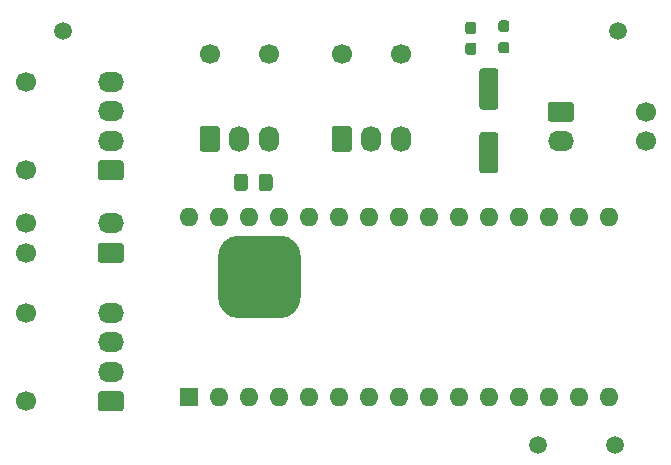
<source format=gbr>
%TF.GenerationSoftware,KiCad,Pcbnew,(5.1.8)-1*%
%TF.CreationDate,2021-05-07T13:22:02+02:00*%
%TF.ProjectId,Inputs_Volante,496e7075-7473-45f5-966f-6c616e74652e,rev?*%
%TF.SameCoordinates,Original*%
%TF.FileFunction,Soldermask,Top*%
%TF.FilePolarity,Negative*%
%FSLAX46Y46*%
G04 Gerber Fmt 4.6, Leading zero omitted, Abs format (unit mm)*
G04 Created by KiCad (PCBNEW (5.1.8)-1) date 2021-05-07 13:22:02*
%MOMM*%
%LPD*%
G01*
G04 APERTURE LIST*
%ADD10C,1.700000*%
%ADD11O,2.200000X1.700000*%
%ADD12O,1.600000X1.600000*%
%ADD13R,1.600000X1.600000*%
%ADD14O,1.700000X2.200000*%
%ADD15C,1.500000*%
G04 APERTURE END LIST*
%TO.C, *%
G36*
G01*
X75113000Y-89634000D02*
X75113000Y-86134000D01*
G75*
G02*
X76863000Y-84384000I1750000J0D01*
G01*
X80363000Y-84384000D01*
G75*
G02*
X82113000Y-86134000I0J-1750000D01*
G01*
X82113000Y-89634000D01*
G75*
G02*
X80363000Y-91384000I-1750000J0D01*
G01*
X76863000Y-91384000D01*
G75*
G02*
X75113000Y-89634000I0J1750000D01*
G01*
G37*
%TD*%
%TO.C,C2*%
G36*
G01*
X78555000Y-80358000D02*
X78555000Y-79408000D01*
G75*
G02*
X78805000Y-79158000I250000J0D01*
G01*
X79480000Y-79158000D01*
G75*
G02*
X79730000Y-79408000I0J-250000D01*
G01*
X79730000Y-80358000D01*
G75*
G02*
X79480000Y-80608000I-250000J0D01*
G01*
X78805000Y-80608000D01*
G75*
G02*
X78555000Y-80358000I0J250000D01*
G01*
G37*
G36*
G01*
X76480000Y-80358000D02*
X76480000Y-79408000D01*
G75*
G02*
X76730000Y-79158000I250000J0D01*
G01*
X77405000Y-79158000D01*
G75*
G02*
X77655000Y-79408000I0J-250000D01*
G01*
X77655000Y-80358000D01*
G75*
G02*
X77405000Y-80608000I-250000J0D01*
G01*
X76730000Y-80608000D01*
G75*
G02*
X76480000Y-80358000I0J250000D01*
G01*
G37*
%TD*%
D10*
%TO.C,J6*%
X58860000Y-90925000D03*
X58860000Y-98425000D03*
D11*
X66040000Y-90925000D03*
X66040000Y-93425000D03*
X66040000Y-95925000D03*
G36*
G01*
X67140000Y-97825000D02*
X67140000Y-99025000D01*
G75*
G02*
X66890000Y-99275000I-250000J0D01*
G01*
X65190000Y-99275000D01*
G75*
G02*
X64940000Y-99025000I0J250000D01*
G01*
X64940000Y-97825000D01*
G75*
G02*
X65190000Y-97575000I250000J0D01*
G01*
X66890000Y-97575000D01*
G75*
G02*
X67140000Y-97825000I0J-250000D01*
G01*
G37*
%TD*%
D10*
%TO.C,J5*%
X58860000Y-83352000D03*
X58860000Y-85852000D03*
D11*
X66040000Y-83352000D03*
G36*
G01*
X67140000Y-85252000D02*
X67140000Y-86452000D01*
G75*
G02*
X66890000Y-86702000I-250000J0D01*
G01*
X65190000Y-86702000D01*
G75*
G02*
X64940000Y-86452000I0J250000D01*
G01*
X64940000Y-85252000D01*
G75*
G02*
X65190000Y-85002000I250000J0D01*
G01*
X66890000Y-85002000D01*
G75*
G02*
X67140000Y-85252000I0J-250000D01*
G01*
G37*
%TD*%
%TO.C,C1*%
G36*
G01*
X97494000Y-75626000D02*
X98594000Y-75626000D01*
G75*
G02*
X98844000Y-75876000I0J-250000D01*
G01*
X98844000Y-78876000D01*
G75*
G02*
X98594000Y-79126000I-250000J0D01*
G01*
X97494000Y-79126000D01*
G75*
G02*
X97244000Y-78876000I0J250000D01*
G01*
X97244000Y-75876000D01*
G75*
G02*
X97494000Y-75626000I250000J0D01*
G01*
G37*
G36*
G01*
X97494000Y-70226000D02*
X98594000Y-70226000D01*
G75*
G02*
X98844000Y-70476000I0J-250000D01*
G01*
X98844000Y-73476000D01*
G75*
G02*
X98594000Y-73726000I-250000J0D01*
G01*
X97494000Y-73726000D01*
G75*
G02*
X97244000Y-73476000I0J250000D01*
G01*
X97244000Y-70476000D01*
G75*
G02*
X97494000Y-70226000I250000J0D01*
G01*
G37*
%TD*%
D12*
%TO.C,A1*%
X108204000Y-82804000D03*
X108204000Y-98044000D03*
X72644000Y-82804000D03*
X105664000Y-98044000D03*
X75184000Y-82804000D03*
X103124000Y-98044000D03*
X77724000Y-82804000D03*
X100584000Y-98044000D03*
X80264000Y-82804000D03*
X98044000Y-98044000D03*
X82804000Y-82804000D03*
X95504000Y-98044000D03*
X85344000Y-82804000D03*
X92964000Y-98044000D03*
X87884000Y-82804000D03*
X90424000Y-98044000D03*
X90424000Y-82804000D03*
X87884000Y-98044000D03*
X92964000Y-82804000D03*
X85344000Y-98044000D03*
X95504000Y-82804000D03*
X82804000Y-98044000D03*
X98044000Y-82804000D03*
X80264000Y-98044000D03*
X100584000Y-82804000D03*
X77724000Y-98044000D03*
X103124000Y-82804000D03*
X75184000Y-98044000D03*
X105664000Y-82804000D03*
D13*
X72644000Y-98044000D03*
%TD*%
%TO.C,R1*%
G36*
G01*
X99076500Y-67989000D02*
X99551500Y-67989000D01*
G75*
G02*
X99789000Y-68226500I0J-237500D01*
G01*
X99789000Y-68726500D01*
G75*
G02*
X99551500Y-68964000I-237500J0D01*
G01*
X99076500Y-68964000D01*
G75*
G02*
X98839000Y-68726500I0J237500D01*
G01*
X98839000Y-68226500D01*
G75*
G02*
X99076500Y-67989000I237500J0D01*
G01*
G37*
G36*
G01*
X99076500Y-66164000D02*
X99551500Y-66164000D01*
G75*
G02*
X99789000Y-66401500I0J-237500D01*
G01*
X99789000Y-66901500D01*
G75*
G02*
X99551500Y-67139000I-237500J0D01*
G01*
X99076500Y-67139000D01*
G75*
G02*
X98839000Y-66901500I0J237500D01*
G01*
X98839000Y-66401500D01*
G75*
G02*
X99076500Y-66164000I237500J0D01*
G01*
G37*
%TD*%
%TO.C,D1*%
G36*
G01*
X96282500Y-68041000D02*
X96757500Y-68041000D01*
G75*
G02*
X96995000Y-68278500I0J-237500D01*
G01*
X96995000Y-68853500D01*
G75*
G02*
X96757500Y-69091000I-237500J0D01*
G01*
X96282500Y-69091000D01*
G75*
G02*
X96045000Y-68853500I0J237500D01*
G01*
X96045000Y-68278500D01*
G75*
G02*
X96282500Y-68041000I237500J0D01*
G01*
G37*
G36*
G01*
X96282500Y-66291000D02*
X96757500Y-66291000D01*
G75*
G02*
X96995000Y-66528500I0J-237500D01*
G01*
X96995000Y-67103500D01*
G75*
G02*
X96757500Y-67341000I-237500J0D01*
G01*
X96282500Y-67341000D01*
G75*
G02*
X96045000Y-67103500I0J237500D01*
G01*
X96045000Y-66528500D01*
G75*
G02*
X96282500Y-66291000I237500J0D01*
G01*
G37*
%TD*%
D10*
%TO.C,J4*%
X79422000Y-69020000D03*
X74422000Y-69020000D03*
D14*
X79422000Y-76200000D03*
X76922000Y-76200000D03*
G36*
G01*
X75022000Y-77300000D02*
X73822000Y-77300000D01*
G75*
G02*
X73572000Y-77050000I0J250000D01*
G01*
X73572000Y-75350000D01*
G75*
G02*
X73822000Y-75100000I250000J0D01*
G01*
X75022000Y-75100000D01*
G75*
G02*
X75272000Y-75350000I0J-250000D01*
G01*
X75272000Y-77050000D01*
G75*
G02*
X75022000Y-77300000I-250000J0D01*
G01*
G37*
%TD*%
D10*
%TO.C,J3*%
X90598000Y-69020000D03*
X85598000Y-69020000D03*
D14*
X90598000Y-76200000D03*
X88098000Y-76200000D03*
G36*
G01*
X86198000Y-77300000D02*
X84998000Y-77300000D01*
G75*
G02*
X84748000Y-77050000I0J250000D01*
G01*
X84748000Y-75350000D01*
G75*
G02*
X84998000Y-75100000I250000J0D01*
G01*
X86198000Y-75100000D01*
G75*
G02*
X86448000Y-75350000I0J-250000D01*
G01*
X86448000Y-77050000D01*
G75*
G02*
X86198000Y-77300000I-250000J0D01*
G01*
G37*
%TD*%
D10*
%TO.C,J2*%
X58860000Y-71367000D03*
X58860000Y-78867000D03*
D11*
X66040000Y-71367000D03*
X66040000Y-73867000D03*
X66040000Y-76367000D03*
G36*
G01*
X67140000Y-78267000D02*
X67140000Y-79467000D01*
G75*
G02*
X66890000Y-79717000I-250000J0D01*
G01*
X65190000Y-79717000D01*
G75*
G02*
X64940000Y-79467000I0J250000D01*
G01*
X64940000Y-78267000D01*
G75*
G02*
X65190000Y-78017000I250000J0D01*
G01*
X66890000Y-78017000D01*
G75*
G02*
X67140000Y-78267000I0J-250000D01*
G01*
G37*
%TD*%
D10*
%TO.C,J1*%
X111320000Y-76414000D03*
X111320000Y-73914000D03*
D11*
X104140000Y-76414000D03*
G36*
G01*
X103040000Y-74514000D02*
X103040000Y-73314000D01*
G75*
G02*
X103290000Y-73064000I250000J0D01*
G01*
X104990000Y-73064000D01*
G75*
G02*
X105240000Y-73314000I0J-250000D01*
G01*
X105240000Y-74514000D01*
G75*
G02*
X104990000Y-74764000I-250000J0D01*
G01*
X103290000Y-74764000D01*
G75*
G02*
X103040000Y-74514000I0J250000D01*
G01*
G37*
%TD*%
D15*
%TO.C,FID4*%
X108966000Y-67056000D03*
%TD*%
%TO.C,FID3*%
X108692000Y-102122000D03*
%TD*%
%TO.C,FID2*%
X61976000Y-67056000D03*
%TD*%
%TO.C,FID1*%
X102235000Y-102122000D03*
%TD*%
M02*

</source>
